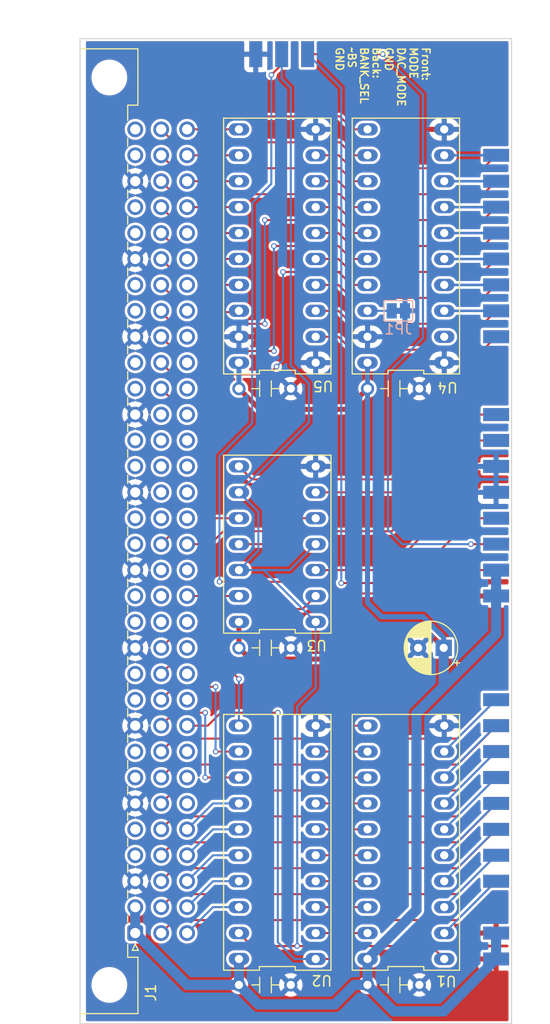
<source format=kicad_pcb>
(kicad_pcb (version 20221018) (generator pcbnew)
  (layers (0 "F.Cu" signal) (31 "B.Cu" signal) (34 "B.Paste" user) (35 "F.Paste" user) (36 "B.SilkS" user "B.Silkscreen") (37 "F.SilkS" user "F.Silkscreen") (38 "B.Mask" user) (39 "F.Mask" user) (44 "Edge.Cuts" user))
  (net 0 "")
  (net 1 "GND")
  (net 2 "+5V")
  (net 3 "/D5")
  (net 4 "/D6")
  (net 5 "/D7")
  (net 6 "/D8")
  (net 7 "/D9")
  (net 8 "/D10")
  (net 9 "/D11")
  (net 10 "/D12")
  (net 11 "/D13")
  (net 12 "/D14")
  (net 13 "/D15")
  (net 14 "/~RD_L")
  (net 15 "/A23")
  (net 16 "/A22")
  (net 17 "/A21")
  (net 18 "/~WR_L")
  (net 19 "/A20")
  (net 20 "/A19")
  (net 21 "/A18")
  (net 22 "/A17")
  (net 23 "/A16")
  (net 24 "/A15")
  (net 25 "/A14")
  (net 26 "/A13")
  (net 27 "/A12")
  (net 28 "/A11")
  (net 29 "/A10")
  (net 30 "/A9")
  (net 31 "/A8")
  (net 32 "/A7")
  (net 33 "/A6")
  (net 34 "/A5")
  (net 35 "/D4")
  (net 36 "/D3")
  (net 37 "/D2")
  (net 38 "/D1")
  (net 39 "/D0")
  (net 40 "/R{slash}~W")
  (net 41 "/~DTACK")
  (net 42 "/~BG")
  (net 43 "/~BGACK")
  (net 44 "/~BR")
  (net 45 "/~WR_U")
  (net 46 "/CLK")
  (net 47 "/~RD_U")
  (net 48 "/~HALT")
  (net 49 "/~RST")
  (net 50 "/~VMA")
  (net 51 "/E")
  (net 52 "/~VPA")
  (net 53 "/~BERR")
  (net 54 "/A1")
  (net 55 "/A2")
  (net 56 "/A3")
  (net 57 "/A4")
  (net 58 "/~BS")
  (net 59 "/WD5")
  (net 60 "/WD6")
  (net 61 "/WD7")
  (net 62 "/WD8")
  (net 63 "/WD9")
  (net 64 "/WD10")
  (net 65 "/WD11")
  (net 66 "/WD12")
  (net 67 "/WD4")
  (net 68 "/WD3")
  (net 69 "/WD2")
  (net 70 "/WD1")
  (net 71 "/WD0")
  (net 72 "/WD13")
  (net 73 "/WD14")
  (net 74 "/WD15")
  (net 76 "/WA15")
  (net 77 "/WA14")
  (net 78 "/WA13")
  (net 79 "/WA1")
  (net 80 "/WA2")
  (net 81 "/WA3")
  (net 82 "/WA4")
  (net 83 "/WA12")
  (net 84 "/WA11")
  (net 85 "/WA10")
  (net 86 "/WA9")
  (net 87 "/WA8")
  (net 88 "/WA7")
  (net 89 "/WA6")
  (net 90 "/WA5")
  (net 91 "/MODE")
  (net 92 "/BankSel")
  (net 94 "/~BWR_L")
  (net 95 "/~BRD_U")
  (net 96 "/~BWR_U")
  (net 97 "/~BRD_L")
  (net 99 "/DAC_MODE")
  (net 100 "Net-(JP1-A)")
  (footprint "68000:2x01 finger" (layer "F.Cu") (at 34.036 16.129 90)
    (fp_text reference "J7" hide)
    (fp_text value "Conn_02x01")
  )
  (footprint "Capacitor_THT:CP_Radial_D5.0mm_P2.50mm" (layer "F.Cu") (at 50.546 74.93 180)
    (fp_text reference "C7" hide)
    (fp_text value "C_Polarized_Small")
  )
  (footprint "68000:DIP-20" (layer "F.Cu") (at 46.84 93.98 90)
    (fp_text reference "U1")
    (fp_text value "74HC245")
  )
  (footprint "68000:DIP-2_200_ELL" (layer "F.Cu") (at 33.02 107.95 -90)
    (fp_text reference "C3" hide)
    (fp_text value "100nF")
  )
  (footprint "68000:2x01 finger" (layer "F.Cu") (at 31.496 16.129 90)
    (fp_text reference "J6" hide)
    (fp_text value "Conn_02x01")
  )
  (footprint "68000:DIP-2_200_ELL" (layer "F.Cu") (at 33.02 74.93 -90)
    (fp_text reference "C5" hide)
    (fp_text value "100nF")
  )
  (footprint "68000:DIP-2_200_ELL" (layer "F.Cu") (at 45.62 49.53 -90)
    (fp_text reference "C2" hide)
    (fp_text value "100nF")
  )
  (footprint "68000:2x01 finger" (layer "F.Cu") (at 56.315 102.235)
    (fp_text reference "J9" hide)
    (fp_text value "Conn_02x01")
  )
  (footprint "68000:2x08 finger" (layer "F.Cu") (at 54.41 45.085 180)
    (fp_text reference "J2" hide)
    (fp_text value "2x08")
  )
  (footprint "68000:2x01 finger" (layer "F.Cu") (at 56.315 99.695)
    (fp_text reference "J8" hide)
    (fp_text value "Conn_02x01")
  )
  (footprint "Connector_DIN:DIN41612_R_3x32_Male_Horizontal_THT" (layer "F.Cu") (at 20.32 102.87 90)
    (fp_text reference "J1")
    (fp_text value "3x32")
  )
  (footprint "68000:DIP-20" (layer "F.Cu") (at 34.24 93.98 90)
    (fp_text reference "U2")
    (fp_text value "74HC245")
  )
  (footprint "68000:DIP-14" (layer "F.Cu") (at 34.24 64.77 90)
    (fp_text reference "U3")
    (fp_text value "74LS32")
  )
  (footprint "68000:DIP-20" (layer "F.Cu") (at 34.24 35.56 90)
    (fp_text reference "U5")
    (fp_text value "74HC245")
  )
  (footprint "68000:2x08 finger" (layer "F.Cu") (at 54.41 98.425 180)
    (fp_text reference "J4" hide)
    (fp_text value "2x08")
  )
  (footprint "68000:DIP-2_200_ELL" (layer "F.Cu") (at 45.62 107.95 -90)
    (fp_text reference "C4" hide)
    (fp_text value "100nF")
  )
  (footprint "68000:2x01 finger" (layer "F.Cu") (at 28.956 16.129 90)
    (fp_text reference "J5" hide)
    (fp_text value "Conn_02x01")
  )
  (footprint "68000:DIP-20" (layer "F.Cu") (at 46.84 35.56 90)
    (fp_text reference "U4")
    (fp_text value "74HC245")
  )
  (footprint "68000:2x08 finger" (layer "F.Cu") (at 56.95 51.435)
    (fp_text reference "J3" hide)
    (fp_text value "02x08")
  )
  (footprint "68000:DIP-2_200_ELL" (layer "F.Cu") (at 33.02 49.53 -90)
    (fp_text reference "C1" hide)
    (fp_text value "100nF")
  )
  (footprint "Jumper:SolderJumper-2_P1.3mm_Bridged_Pad1.0x1.5mm" (layer "B.Cu") (at 46.101 41.91)
    (fp_text reference "JP1")
    (fp_text value "SJ_Bridged")
  )
  (gr_rect (start 14.9098 15.24) (end 57.2008 111.76) (stroke (width 0.1)) (fill none) (layer "Edge.Cuts"))
  (gr_text "Front:\nMODE\nDAC_MODE\nGND\nBack:\nBANK_SEL\n~BS\nGND" (at 39.9034 16.002 270) (layer "F.SilkS") (effects (font (size 0.75 0.75)) (justify left bottom)))
  (segment (start 41.048 51.562) (end 43.08 49.53) (width 0.5) (layer "F.Cu") (net 2))
  (segment (start 30.48 74.93) (end 30.48 72.39) (width 0.5) (layer "F.Cu") (net 2))
  (segment (start 31.58 76.03) (end 30.48 74.93) (width 0.5) (layer "F.Cu") (net 2))
  (segment (start 32.512 51.562) (end 41.048 51.562) (width 0.5) (layer "F.Cu") (net 2))
  (segment (start 46.482 73.152) (end 43.604 76.03) (width 0.5) (layer "F.Cu") (net 2))
  (segment (start 30.48 49.53) (end 32.512 51.562) (width 0.5) (layer "F.Cu") (net 2))
  (segment (start 43.604 76.03) (end 31.58 76.03) (width 0.5) (layer "F.Cu") (net 2))
  (segment (start 50.546 74.93) (end 48.768 73.152) (width 0.5) (layer "F.Cu") (net 2))
  (segment (start 48.768 73.152) (end 46.482 73.152) (width 0.5) (layer "F.Cu") (net 2))
  (segment (start 50.546 78.6892) (end 47.879 81.3562) (width 1) (layer "B.Cu") (net 2))
  (segment (start 41.783 107.95) (end 39.878 109.855) (width 1) (layer "B.Cu") (net 2))
  (segment (start 32.385 109.855) (end 30.48 107.95) (width 1) (layer "B.Cu") (net 2))
  (segment (start 43.08 70.512) (end 44.45 71.882) (width 0.5) (layer "B.Cu") (net 2))
  (segment (start 43.08 49.53) (end 43.08 70.512) (width 0.5) (layer "B.Cu") (net 2))
  (segment (start 30.48 46.99) (end 30.48 49.53) (width 0.5) (layer "B.Cu") (net 2))
  (segment (start 55.68 73.5552) (end 55.68 69.85) (width 1) (layer "B.Cu") (net 2))
  (segment (start 47.879 100.611) (end 43.08 105.41) (width 1) (layer "B.Cu") (net 2))
  (segment (start 43.08 107.95) (end 41.783 107.95) (width 1) (layer "B.Cu") (net 2))
  (segment (start 20.32 100.33) (end 20.32 102.87) (width 1) (layer "B.Cu") (net 2))
  (segment (start 39.878 109.855) (end 32.385 109.855) (width 1) (layer "B.Cu") (net 2))
  (segment (start 43.08 107.95) (end 45.6708 110.5408) (width 1) (layer "B.Cu") (net 2))
  (segment (start 45.6708 110.5408) (end 50.5492 110.5408) (width 1) (layer "B.Cu") (net 2))
  (segment (start 43.08 105.41) (end 43.08 107.95) (width 1) (layer "B.Cu") (net 2))
  (segment (start 30.48 107.95) (end 25.4 107.95) (width 1) (layer "B.Cu") (net 2))
  (segment (start 50.5492 110.5408) (end 55.68 105.41) (width 1) (layer "B.Cu") (net 2))
  (segment (start 30.48 105.41) (end 30.48 107.95) (width 1) (layer "B.Cu") (net 2))
  (segment (start 50.546 73.914) (end 50.546 74.93) (width 0.5) (layer "B.Cu") (net 2))
  (segment (start 55.68 69.85) (end 55.68 67.31) (width 1) (layer "B.Cu") (net 2))
  (segment (start 48.514 71.882) (end 50.546 73.914) (width 0.5) (layer "B.Cu") (net 2))
  (segment (start 44.45 71.882) (end 48.514 71.882) (width 0.5) (layer "B.Cu") (net 2))
  (segment (start 25.4 107.95) (end 20.32 102.87) (width 1) (layer "B.Cu") (net 2))
  (segment (start 55.68 105.41) (end 55.68 102.87) (width 1) (layer "B.Cu") (net 2))
  (segment (start 50.546 78.6892) (end 50.546 74.93) (width 1) (layer "B.Cu") (net 2))
  (segment (start 50.546 78.6892) (end 55.68 73.5552) (width 1) (layer "B.Cu") (net 2))
  (segment (start 47.879 81.3562) (end 47.879 100.611) (width 1) (layer "B.Cu") (net 2))
  (segment (start 43.08 49.53) (end 43.08 46.99) (width 0.5) (layer "B.Cu") (net 2))
  (segment (start 39.37 101.6) (end 40.64 100.33) (width 0.2) (layer "F.Cu") (net 3))
  (segment (start 40.64 100.33) (end 43.08 100.33) (width 0.2) (layer "F.Cu") (net 3))
  (segment (start 24.13 101.6) (end 39.37 101.6) (width 0.2) (layer "F.Cu") (net 3))
  (segment (start 22.86 102.87) (end 24.13 101.6) (width 0.2) (layer "F.Cu") (net 3))
  (segment (start 39.37 99.06) (end 40.64 97.79) (width 0.2) (layer "F.Cu") (net 4))
  (segment (start 22.86 100.33) (end 24.13 99.06) (width 0.2) (layer "F.Cu") (net 4))
  (segment (start 24.13 99.06) (end 39.37 99.06) (width 0.2) (layer "F.Cu") (net 4))
  (segment (start 40.64 97.79) (end 43.08 97.79) (width 0.2) (layer "F.Cu") (net 4))
  (segment (start 22.86 97.79) (end 24.13 96.52) (width 0.2) (layer "F.Cu") (net 5))
  (segment (start 24.13 96.52) (end 39.37 96.52) (width 0.2) (layer "F.Cu") (net 5))
  (segment (start 40.64 95.25) (end 43.08 95.25) (width 0.2) (layer "F.Cu") (net 5))
  (segment (start 39.37 96.52) (end 40.64 95.25) (width 0.2) (layer "F.Cu") (net 5))
  (segment (start 40.64 92.71) (end 43.08 92.71) (width 0.2) (layer "F.Cu") (net 6))
  (segment (start 39.37 93.98) (end 40.64 92.71) (width 0.2) (layer "F.Cu") (net 6))
  (segment (start 24.13 93.98) (end 39.37 93.98) (width 0.2) (layer "F.Cu") (net 6))
  (segment (start 22.86 95.25) (end 24.13 93.98) (width 0.2) (layer "F.Cu") (net 6))
  (segment (start 40.64 90.17) (end 43.08 90.17) (width 0.2) (layer "F.Cu") (net 7))
  (segment (start 39.37 91.44) (end 40.64 90.17) (width 0.2) (layer "F.Cu") (net 7))
  (segment (start 24.13 91.44) (end 39.37 91.44) (width 0.2) (layer "F.Cu") (net 7))
  (segment (start 22.86 92.71) (end 24.13 91.44) (width 0.2) (layer "F.Cu") (net 7))
  (segment (start 40.64 87.63) (end 43.08 87.63) (width 0.2) (layer "F.Cu") (net 8))
  (segment (start 22.86 90.17) (end 24.13 88.9) (width 0.2) (layer "F.Cu") (net 8))
  (segment (start 24.13 88.9) (end 39.37 88.9) (width 0.2) (layer "F.Cu") (net 8))
  (segment (start 39.37 88.9) (end 40.64 87.63) (width 0.2) (layer "F.Cu") (net 8))
  (segment (start 24.13 86.36) (end 39.37 86.36) (width 0.2) (layer "F.Cu") (net 9))
  (segment (start 22.86 87.63) (end 24.13 86.36) (width 0.2) (layer "F.Cu") (net 9))
  (segment (start 40.64 85.09) (end 43.08 85.09) (width 0.2) (layer "F.Cu") (net 9))
  (segment (start 39.37 86.36) (end 40.64 85.09) (width 0.2) (layer "F.Cu") (net 9))
  (segment (start 40.64 82.55) (end 43.08 82.55) (width 0.2) (layer "F.Cu") (net 10))
  (segment (start 22.86 85.09) (end 24.13 83.82) (width 0.2) (layer "F.Cu") (net 10))
  (segment (start 39.37 83.82) (end 40.64 82.55) (width 0.2) (layer "F.Cu") (net 10))
  (segment (start 24.13 83.82) (end 39.37 83.82) (width 0.2) (layer "F.Cu") (net 10))
  (segment (start 27.178 87.63) (end 30.48 87.63) (width 0.2) (layer "F.Cu") (net 11))
  (segment (start 22.86 82.55) (end 24.13 81.28) (width 0.2) (layer "F.Cu") (net 11))
  (segment (start 24.13 81.28) (end 27.178 81.28) (width 0.2) (layer "F.Cu") (net 11))
  (via (at 27.178 87.63) (size 0.55) (drill 0.35) (layers "F.Cu" "B.Cu") (net 11))
  (via (at 27.178 81.28) (size 0.55) (drill 0.35) (layers "F.Cu" "B.Cu") (net 11))
  (segment (start 27.178 81.28) (end 27.178 87.63) (width 0.2) (layer "B.Cu") (net 11))
  (segment (start 24.13 78.74) (end 28.194 78.74) (width 0.2) (layer "F.Cu") (net 12))
  (segment (start 22.86 80.01) (end 24.13 78.74) (width 0.2) (layer "F.Cu") (net 12))
  (segment (start 28.194 85.09) (end 30.48 85.09) (width 0.2) (layer "F.Cu") (net 12))
  (via (at 28.194 78.74) (size 0.55) (drill 0.35) (layers "F.Cu" "B.Cu") (net 12))
  (via (at 28.194 85.09) (size 0.55) (drill 0.35) (layers "F.Cu" "B.Cu") (net 12))
  (segment (start 28.194 78.74) (end 28.194 85.09) (width 0.2) (layer "B.Cu") (net 12))
  (segment (start 28.702 76.2) (end 24.13 76.2) (width 0.2) (layer "F.Cu") (net 13))
  (segment (start 24.13 76.2) (end 22.86 77.47) (width 0.2) (layer "F.Cu") (net 13))
  (segment (start 30.48 77.978) (end 28.702 76.2) (width 0.2) (layer "F.Cu") (net 13))
  (via (at 30.48 77.978) (size 0.55) (drill 0.35) (layers "F.Cu" "B.Cu") (net 13))
  (segment (start 30.48 77.978) (end 30.48 82.55) (width 0.2) (layer "B.Cu") (net 13))
  (segment (start 29.083 71.12) (end 36.73 71.12) (width 0.2) (layer "F.Cu") (net 14))
  (segment (start 24.13 73.66) (end 26.543 73.66) (width 0.2) (layer "F.Cu") (net 14))
  (segment (start 36.73 71.12) (end 38 69.85) (width 0.2) (layer "F.Cu") (net 14))
  (segment (start 26.543 73.66) (end 29.083 71.12) (width 0.2) (layer "F.Cu") (net 14))
  (segment (start 22.86 74.93) (end 24.13 73.66) (width 0.2) (layer "F.Cu") (net 14))
  (segment (start 24.13 63.5) (end 26.67 63.5) (width 0.2) (layer "F.Cu") (net 18))
  (segment (start 22.86 64.77) (end 24.13 63.5) (width 0.2) (layer "F.Cu") (net 18))
  (segment (start 27.94 62.23) (end 26.67 63.5) (width 0.2) (layer "F.Cu") (net 18))
  (segment (start 30.48 62.23) (end 27.94 62.23) (width 0.2) (layer "F.Cu") (net 18))
  (segment (start 22.86 49.53) (end 24.13 50.8) (width 0.2) (layer "F.Cu") (net 24))
  (segment (start 34.798 38.1) (end 40.3725 38.1) (width 0.2) (layer "F.Cu") (net 24))
  (segment (start 41.5155 39.37) (end 43.0665 39.37) (width 0.2) (layer "F.Cu") (net 24))
  (segment (start 26.924 50.8) (end 29.591 48.133) (width 0.2) (layer "F.Cu") (net 24))
  (segment (start 29.591 48.133) (end 33.401 48.133) (width 0.2) (layer "F.Cu") (net 24))
  (segment (start 34.163 47.371) (end 33.401 48.133) (width 0.2) (layer "F.Cu") (net 24))
  (segment (start 24.13 50.8) (end 26.924 50.8) (width 0.2) (layer "F.Cu") (net 24))
  (segment (start 40.2455 38.1) (end 41.5155 39.37) (width 0.2) (layer "F.Cu") (net 24))
  (via (at 34.163 47.371) (size 0.55) (drill 0.35) (layers "F.Cu" "B.Cu") (net 24))
  (via (at 34.798 38.1) (size 0.55) (drill 0.35) (layers "F.Cu" "B.Cu") (net 24))
  (segment (start 34.798 38.608) (end 34.798 38.227) (width 0.2) (layer "B.Cu") (net 24))
  (segment (start 34.798 38.227) (end 34.671 38.1) (width 0.2) (layer "B.Cu") (net 24))
  (segment (start 34.798 38.1) (end 34.798 38.608) (width 0.2) (layer "B.Cu") (net 24))
  (segment (start 34.798 46.736) (end 34.798 38.608) (width 0.2) (layer "B.Cu") (net 24))
  (segment (start 34.798 46.736) (end 34.163 47.371) (width 0.2) (layer "B.Cu") (net 24))
  (segment (start 24.13 48.26) (end 26.162 48.26) (width 0.2) (layer "F.Cu") (net 25))
  (segment (start 22.86 46.99) (end 24.13 48.26) (width 0.2) (layer "F.Cu") (net 25))
  (segment (start 28.575 45.847) (end 33.909 45.847) (width 0.2) (layer "F.Cu") (net 25))
  (segment (start 26.162 48.26) (end 28.575 45.847) (width 0.2) (layer "F.Cu") (net 25))
  (segment (start 41.5155 36.83) (end 43.0665 36.83) (width 0.2) (layer "F.Cu") (net 25))
  (segment (start 33.909 35.56) (end 40.2455 35.56) (width 0.2) (layer "F.Cu") (net 25))
  (segment (start 40.2455 35.56) (end 41.5155 36.83) (width 0.2) (layer "F.Cu") (net 25))
  (via (at 33.909 45.847) (size 0.55) (drill 0.35) (layers "F.Cu" "B.Cu") (net 25))
  (via (at 33.909 35.56) (size 0.55) (drill 0.35) (layers "F.Cu" "B.Cu") (net 25))
  (segment (start 33.909 45.847) (end 33.909 35.56) (width 0.2) (layer "B.Cu") (net 25))
  (segment (start 40.259 33.02) (end 41.529 34.29) (width 0.2) (layer "F.Cu") (net 26))
  (segment (start 24.13 45.72) (end 26.67 45.72) (width 0.2) (layer "F.Cu") (net 26))
  (segment (start 41.529 34.29) (end 43.08 34.29) (width 0.2) (layer "F.Cu") (net 26))
  (segment (start 33.02 33.02) (end 40.259 33.02) (width 0.2) (layer "F.Cu") (net 26))
  (segment (start 22.86 44.45) (end 24.13 45.72) (width 0.2) (layer "F.Cu") (net 26))
  (segment (start 26.67 45.72) (end 29.21 43.18) (width 0.2) (layer "F.Cu") (net 26))
  (segment (start 29.21 43.18) (end 33.02 43.18) (width 0.2) (layer "F.Cu") (net 26))
  (via (at 33.02 43.18) (size 0.55) (drill 0.35) (layers "F.Cu" "B.Cu") (net 26))
  (via (at 33.02 33.02) (size 0.55) (drill 0.35) (layers "F.Cu" "B.Cu") (net 26))
  (segment (start 33.02 43.18) (end 33.02 33.02) (width 0.2) (layer "B.Cu") (net 26))
  (segment (start 28.448 42.037) (end 30.48 42.037) (width 0.2) (layer "F.Cu") (net 27))
  (segment (start 22.86 42.037) (end 24.13 43.307) (width 0.2) (layer "F.Cu") (net 27))
  (segment (start 24.13 43.307) (end 27.178 43.307) (width 0.2) (layer "F.Cu") (net 27))
  (segment (start 27.178 43.307) (end 28.448 42.037) (width 0.2) (layer "F.Cu") (net 27))
  (segment (start 27.178 40.64) (end 28.448 39.37) (width 0.2) (layer "F.Cu") (net 28))
  (segment (start 24.13 40.64) (end 27.178 40.64) (width 0.2) (layer "F.Cu") (net 28))
  (segment (start 28.448 39.37) (end 30.48 39.37) (width 0.2) (layer "F.Cu") (net 28))
  (segment (start 22.86 39.37) (end 24.13 40.64) (width 0.2) (layer "F.Cu") (net 28))
  (segment (start 22.86 36.83) (end 24.13 38.1) (width 0.2) (layer "F.Cu") (net 29))
  (segment (start 28.448 36.83) (end 30.48 36.83) (width 0.2) (layer "F.Cu") (net 29))
  (segment (start 27.178 38.1) (end 28.448 36.83) (width 0.2) (layer "F.Cu") (net 29))
  (segment (start 24.13 38.1) (end 27.178 38.1) (width 0.2) (layer "F.Cu") (net 29))
  (segment (start 28.448 34.29) (end 30.48 34.29) (width 0.2) (layer "F.Cu") (net 30))
  (segment (start 22.86 34.29) (end 24.13 35.56) (width 0.2) (layer "F.Cu") (net 30))
  (segment (start 27.178 35.56) (end 28.448 34.29) (width 0.2) (layer "F.Cu") (net 30))
  (segment (start 24.13 35.56) (end 27.178 35.56) (width 0.2) (layer "F.Cu") (net 30))
  (segment (start 28.448 31.75) (end 30.48 31.75) (width 0.2) (layer "F.Cu") (net 31))
  (segment (start 22.86 31.75) (end 24.13 33.02) (width 0.2) (layer "F.Cu") (net 31))
  (segment (start 27.178 33.02) (end 28.448 31.75) (width 0.2) (layer "F.Cu") (net 31))
  (segment (start 24.13 33.02) (end 27.178 33.02) (width 0.2) (layer "F.Cu") (net 31))
  (segment (start 22.86 29.21) (end 24.13 30.48) (width 0.2) (layer "F.Cu") (net 32))
  (segment (start 27.178 30.48) (end 28.448 29.21) (width 0.2) (layer "F.Cu") (net 32))
  (segment (start 28.448 29.21) (end 30.48 29.21) (width 0.2) (layer "F.Cu") (net 32))
  (segment (start 24.13 30.48) (end 27.178 30.48) (width 0.2) (layer "F.Cu") (net 32))
  (segment (start 27.178 27.94) (end 28.448 26.67) (width 0.2) (layer "F.Cu") (net 33))
  (segment (start 28.448 26.67) (end 30.48 26.67) (width 0.2) (layer "F.Cu") (net 33))
  (segment (start 22.86 26.67) (end 24.13 27.94) (width 0.2) (layer "F.Cu") (net 33))
  (segment (start 24.13 27.94) (end 27.178 27.94) (width 0.2) (layer "F.Cu") (net 33))
  (segment (start 28.448 24.13) (end 30.48 24.13) (width 0.2) (layer "F.Cu") (net 34))
  (segment (start 22.86 24.13) (end 24.13 25.4) (width 0.2) (layer "F.Cu") (net 34))
  (segment (start 24.13 25.4) (end 27.178 25.4) (width 0.2) (layer "F.Cu") (net 34))
  (segment (start 27.178 25.4) (end 28.448 24.13) (width 0.2) (layer "F.Cu") (net 34))
  (segment (start 30.48 100.33) (end 27.94 100.33) (width 0.2) (layer "B.Cu") (net 35))
  (segment (start 27.94 100.33) (end 25.4 102.87) (width 0.2) (layer "B.Cu") (net 35))
  (segment (start 27.94 97.79) (end 25.4 100.33) (width 0.2) (layer "B.Cu") (net 36))
  (segment (start 30.48 97.79) (end 27.94 97.79) (width 0.2) (layer "B.Cu") (net 36))
  (segment (start 27.94 95.25) (end 25.4 97.79) (width 0.2) (layer "B.Cu") (net 37))
  (segment (start 30.48 95.25) (end 27.94 95.25) (width 0.2) (layer "B.Cu") (net 37))
  (segment (start 30.48 92.71) (end 27.94 92.71) (width 0.2) (layer "B.Cu") (net 38))
  (segment (start 27.94 92.71) (end 25.4 95.25) (width 0.2) (layer "B.Cu") (net 38))
  (segment (start 27.94 90.17) (end 25.4 92.71) (width 0.2) (layer "B.Cu") (net 39))
  (segment (start 30.48 90.17) (end 27.94 90.17) (width 0.2) (layer "B.Cu") (net 39))
  (segment (start 39.751 105.41) (end 41.021 104.14) (width 0.2) (layer "F.Cu") (net 40))
  (segment (start 28.702 81.28) (end 27.432 82.55) (width 0.2) (layer "F.Cu") (net 40))
  (segment (start 38 105.41) (end 39.751 105.41) (width 0.2) (layer "F.Cu") (net 40))
  (segment (start 41.021 104.14) (end 49.33 104.14) (width 0.2) (layer "F.Cu") (net 40))
  (segment (start 27.432 82.55) (end 25.4 82.55) (width 0.2) (layer "F.Cu") (net 40))
  (segment (start 34.29 81.28) (end 28.702 81.28) (width 0.2) (layer "F.Cu") (net 40))
  (segment (start 49.33 104.14) (end 50.6 105.41) (width 0.2) (layer "F.Cu") (net 40))
  (via (at 34.29 81.28) (size 0.55) (drill 0.35) (layers "F.Cu" "B.Cu") (net 40))
  (segment (start 35.941 105.41) (end 38 105.41) (width 0.2) (layer "B.Cu") (net 40))
  (segment (start 34.29 81.28) (end 34.29 103.759) (width 0.2) (layer "B.Cu") (net 40))
  (segment (start 34.29 103.759) (end 35.941 105.41) (width 0.2) (layer "B.Cu") (net 40))
  (segment (start 25.4 69.85) (end 30.48 69.85) (width 0.2) (layer "F.Cu") (net 45))
  (segment (start 27.686 64.77) (end 28.956 63.5) (width 0.2) (layer "F.Cu") (net 47))
  (segment (start 38 62.23) (end 34.798 62.23) (width 0.2) (layer "F.Cu") (net 47))
  (segment (start 25.4 64.77) (end 27.686 64.77) (width 0.2) (layer "F.Cu") (net 47))
  (segment (start 28.956 63.5) (end 33.528 63.5) (width 0.2) (layer "F.Cu") (net 47))
  (segment (start 34.798 62.23) (end 33.528 63.5) (width 0.2) (layer "F.Cu") (net 47))
  (segment (start 27.151 31.75) (end 25.373 31.75) (width 0.2) (layer "F.Cu") (net 54))
  (segment (start 28.421 30.48) (end 27.151 31.75) (width 0.2) (layer "F.Cu") (net 54))
  (segment (start 43.053 31.75) (end 41.629 31.75) (width 0.2) (layer "F.Cu") (net 54))
  (segment (start 40.359 30.48) (end 28.421 30.48) (width 0.2) (layer "F.Cu") (net 54))
  (segment (start 41.629 31.75) (end 40.359 30.48) (width 0.2) (layer "F.Cu") (net 54))
  (segment (start 27.178 29.21) (end 25.4 29.21) (width 0.2) (layer "F.Cu") (net 55))
  (segment (start 43.08 29.21) (end 41.656 29.21) (width 0.2) (layer "F.Cu") (net 55))
  (segment (start 41.656 29.21) (end 40.386 27.94) (width 0.2) (layer "F.Cu") (net 55))
  (segment (start 28.448 27.94) (end 27.178 29.21) (width 0.2) (layer "F.Cu") (net 55))
  (segment (start 40.386 27.94) (end 28.448 27.94) (width 0.2) (layer "F.Cu") (net 55))
  (segment (start 43.053 26.67) (end 41.629 26.67) (width 0.2) (layer "F.Cu") (net 56))
  (segment (start 28.421 25.4) (end 27.151 26.67) (width 0.2) (layer "F.Cu") (net 56))
  (segment (start 40.359 25.4) (end 28.421 25.4) (width 0.2) (layer "F.Cu") (net 56))
  (segment (start 41.629 26.67) (end 40.359 25.4) (width 0.2) (layer "F.Cu") (net 56))
  (segment (start 27.151 26.67) (end 25.373 26.67) (width 0.2) (layer "F.Cu") (net 56))
  (segment (start 40.359 22.86) (end 28.421 22.86) (width 0.2) (layer "F.Cu") (net 57))
  (segment (start 27.151 24.13) (end 25.373 24.13) (width 0.2) (layer "F.Cu") (net 57))
  (segment (start 43.053 24.13) (end 41.629 24.13) (width 0.2) (layer "F.Cu") (net 57))
  (segment (start 41.629 24.13) (end 40.359 22.86) (width 0.2) (layer "F.Cu") (net 57))
  (segment (start 28.421 22.86) (end 27.151 24.13) (width 0.2) (layer "F.Cu") (net 57))
  (segment (start 36.195 104.14) (end 31.75 104.14) (width 0.2) (layer "F.Cu") (net 58))
  (segment (start 31.75 104.14) (end 30.48 102.87) (width 0.2) (layer "F.Cu") (net 58))
  (segment (start 40.64 102.87) (end 39.37 104.14) (width 0.2) (layer "F.Cu") (net 58))
  (segment (start 43.08 102.87) (end 40.64 102.87) (width 0.2) (layer "F.Cu") (net 58))
  (segment (start 39.37 104.14) (end 36.195 104.14) (width 0.2) (layer "F.Cu") (net 58))
  (via (at 36.195 104.14) (size 0.55) (drill 0.35) (layers "F.Cu" "B.Cu") (net 58))
  (segment (start 35.56 20.066) (end 34.671 19.177) (width 0.2) (layer "B.Cu") (net 58))
  (segment (start 38 72.39) (end 38 78.84) (width 0.2) (layer "B.Cu") (net 58))
  (segment (start 30.48 67.31) (end 32.92 67.31) (width 0.2) (layer "B.Cu") (net 58))
  (segment (start 37.338 49.022) (end 35.56 47.244) (width 0.2) (layer "B.Cu") (net 58))
  (segment (start 35.46 67.31) (end 38 64.77) (width 0.2) (layer "B.Cu") (net 58))
  (segment (start 35.56 47.244) (end 35.56 20.066) (width 0.2) (layer "B.Cu") (net 58))
  (segment (start 32.385 65.405) (end 30.48 67.31) (width 0.2) (layer "B.Cu") (net 58))
  (segment (start 30.48 59.69) (end 37.338 52.832) (width 0.2) (layer "B.Cu") (net 58))
  (segment (start 30.48 59.69) (end 32.385 61.595) (width 0.2) (layer "B.Cu") (net 58))
  (segment (start 32.92 67.31) (end 38 72.39) (width 0.2) (layer "B.Cu") (net 58))
  (segment (start 36.195 80.645) (end 36.195 104.14) (width 0.2) (layer "B.Cu") (net 58))
  (segment (start 30.48 67.31) (end 35.46 67.31) (width 0.2) (layer "B.Cu") (net 58))
  (segment (start 34.671 19.177) (end 34.671 16.764) (width 0.2) (layer "B.Cu") (net 58))
  (segment (start 38 78.84) (end 36.195 80.645) (width 0.2) (layer "B.Cu") (net 58))
  (segment (start 32.385 61.595) (end 32.385 65.405) (width 0.2) (layer "B.Cu") (net 58))
  (segment (start 37.338 52.832) (end 37.338 49.022) (width 0.2) (layer "B.Cu") (net 58))
  (segment (start 50.6 102.87) (end 55.68 97.79) (width 0.2) (layer "B.Cu") (net 59))
  (segment (start 50.6 100.33) (end 55.68 95.25) (width 0.2) (layer "B.Cu") (net 60))
  (segment (start 50.6 97.79) (end 55.68 92.71) (width 0.2) (layer "B.Cu") (net 61))
  (segment (start 50.6 95.25) (end 55.68 90.17) (width 0.2) (layer "B.Cu") (net 62))
  (segment (start 50.6 92.71) (end 55.68 87.63) (width 0.2) (layer "B.Cu") (net 63))
  (segment (start 50.6 90.17) (end 55.68 85.09) (width 0.2) (layer "B.Cu") (net 64))
  (segment (start 50.6 87.63) (end 55.68 82.55) (width 0.2) (layer "B.Cu") (net 65))
  (segment (start 50.6 85.09) (end 55.68 80.01) (width 0.2) (layer "B.Cu") (net 66))
  (segment (start 40.64 101.6) (end 51.87 101.6) (width 0.2) (layer "F.Cu") (net 67))
  (segment (start 51.87 101.6) (end 55.68 97.79) (width 0.2) (layer "F.Cu") (net 67))
  (segment (start 38 102.87) (end 39.37 102.87) (width 0.2) (layer "F.Cu") (net 67))
  (segment (start 39.37 102.87) (end 40.64 101.6) (width 0.2) (layer "F.Cu") (net 67))
  (segment (start 39.37 100.33) (end 40.64 99.06) (width 0.2) (layer "F.Cu") (net 68))
  (segment (start 38 100.33) (end 39.37 100.33) (width 0.2) (layer "F.Cu") (net 68))
  (segment (start 51.87 99.06) (end 55.68 95.25) (width 0.2) (layer "F.Cu") (net 68))
  (segment (start 40.64 99.06) (end 51.87 99.06) (width 0.2) (layer "F.Cu") (net 68))
  (segment (start 40.64 96.52) (end 51.905 96.52) (width 0.2) (layer "F.Cu") (net 69))
  (segment (start 39.37 97.79) (end 40.64 96.52) (width 0.2) (layer "F.Cu") (net 69))
  (segment (start 38 97.79) (end 39.37 97.79) (width 0.2) (layer "F.Cu") (net 69))
  (segment (start 51.905 96.52) (end 55.68 92.745) (width 0.2) (layer "F.Cu") (net 69))
  (segment (start 39.37 95.25) (end 40.64 93.98) (width 0.2) (layer "F.Cu") (net 70))
  (segment (start 51.905 93.98) (end 55.68 90.205) (width 0.2) (layer "F.Cu") (net 70))
  (segment (start 38 95.25) (end 39.37 95.25) (width 0.2) (layer "F.Cu") (net 70))
  (segment (start 40.64 93.98) (end 51.905 93.98) (width 0.2) (layer "F.Cu") (net 70))
  (segment (start 40.64 91.44) (end 51.87 91.44) (width 0.2) (layer "F.Cu") (net 71))
  (segment (start 51.87 91.44) (end 55.68 87.63) (width 0.2) (layer "F.Cu") (net 71))
  (segment (start 39.37 92.71) (end 40.64 91.44) (width 0.2) (layer "F.Cu") (net 71))
  (segment (start 38 92.71) (end 39.37 92.71) (width 0.2) (layer "F.Cu") (net 71))
  (segment (start 51.87 88.9) (end 55.68 85.09) (width 0.2) (layer "F.Cu") (net 72))
  (segment (start 38 90.17) (end 39.37 90.17) (width 0.2) (layer "F.Cu") (net 72))
  (segment (start 40.64 88.9) (end 51.87 88.9) (width 0.2) (layer "F.Cu") (net 72))
  (segment (start 39.37 90.17) (end 40.64 88.9) (width 0.2) (layer "F.Cu") (net 72))
  (segment (start 38 87.63) (end 39.37 87.63) (width 0.2) (layer "F.Cu") (net 73))
  (segment (start 51.905 86.36) (end 55.715 82.55) (width 0.2) (layer "F.Cu") (net 73))
  (segment (start 39.37 87.63) (end 40.64 86.36) (width 0.2) (layer "F.Cu") (net 73))
  (segment (start 40.64 86.36) (end 51.905 86.36) (width 0.2) (layer "F.Cu") (net 73))
  (segment (start 51.87 83.82) (end 55.68 80.01) (width 0.2) (layer "F.Cu") (net 74))
  (segment (start 39.37 85.09) (end 40.64 83.82) (width 0.2) (layer "F.Cu") (net 74))
  (segment (start 40.64 83.82) (end 51.87 83.82) (width 0.2) (layer "F.Cu") (net 74))
  (segment (start 38 85.09) (end 39.37 85.09) (width 0.2) (layer "F.Cu") (net 74))
  (segment (start 50.6 41.91) (end 55.68 41.91) (width 0.25) (layer "B.Cu") (net 76))
  (segment (start 55.68 39.37) (end 50.6 39.37) (width 0.25) (layer "B.Cu") (net 77))
  (segment (start 50.6 36.83) (end 55.68 36.83) (width 0.25) (layer "B.Cu") (net 78))
  (segment (start 50.6 34.29) (end 55.68 34.29) (width 0.25) (layer "B.Cu") (net 79))
  (segment (start 55.68 31.75) (end 50.6 31.75) (width 0.25) (layer "B.Cu") (net 80))
  (segment (start 50.6 29.21) (end 55.68 29.21) (width 0.25) (layer "B.Cu") (net 81))
  (segment (start 55.68 26.67) (end 50.6 26.67) (width 0.25) (layer "B.Cu") (net 82))
  (segment (start 40.232 44.45) (end 41.502 45.72) (width 0.2) (layer "F.Cu") (net 83))
  (segment (start 37.973 44.45) (end 40.232 44.45) (width 0.2) (layer "F.Cu") (net 83))
  (segment (start 54.41 45.72) (end 55.68 44.45) (width 0.2) (layer "F.Cu") (net 83))
  (segment (start 41.502 45.72) (end 54.41 45.72) (width 0.2) (layer "F.Cu") (net 83))
  (segment (start 40.232 41.91) (end 41.502 43.18) (width 0.2) (layer "F.Cu") (net 84))
  (segment (start 37.973 41.91) (end 40.232 41.91) (width 0.2) (layer "F.Cu") (net 84))
  (segment (start 41.502 43.18) (end 54.41 43.18) (width 0.2) (layer "F.Cu") (net 84))
  (segment (start 54.41 43.18) (end 55.68 41.91) (width 0.2) (layer "F.Cu") (net 84))
  (segment (start 40.232 39.37) (end 41.502 40.64) (width 0.2) (layer "F.Cu") (net 85))
  (segment (start 54.41 40.64) (end 55.68 39.37) (width 0.2) (layer "F.Cu") (net 85))
  (segment (start 37.973 39.37) (end 40.232 39.37) (width 0.2) (layer "F.Cu") (net 85))
  (segment (start 41.502 40.64) (end 54.41 40.64) (width 0.2) (layer "F.Cu") (net 85))
  (segment (start 37.973 36.83) (end 40.232 36.83) (width 0.2) (layer "F.Cu") (net 86))
  (segment (start 41.502 38.1) (end 54.41 38.1) (width 0.2) (layer "F.Cu") (net 86))
  (segment (start 40.232 36.83) (end 41.502 38.1) (width 0.2) (layer "F.Cu") (net 86))
  (segment (start 54.41 38.1) (end 55.68 36.83) (width 0.2) (layer "F.Cu") (net 86))
  (segment (start 37.973 34.29) (end 40.232 34.29) (width 0.2) (layer "F.Cu") (net 87))
  (segment (start 54.41 35.56) (end 55.68 34.29) (width 0.2) (layer "F.Cu") (net 87))
  (segment (start 40.232 34.29) (end 41.502 35.56) (width 0.2) (layer "F.Cu") (net 87))
  (segment (start 41.502 35.56) (end 54.41 35.56) (width 0.2) (layer "F.Cu") (net 87))
  (segment (start 41.502 33.02) (end 54.41 33.02) (width 0.2) (layer "F.Cu") (net 88))
  (segment (start 37.973 31.75) (end 40.232 31.75) (width 0.2) (layer "F.Cu") (net 88))
  (segment (start 40.232 31.75) (end 41.502 33.02) (width 0.2) (layer "F.Cu") (net 88))
  (segment (start 54.41 33.02) (end 55.68 31.75) (width 0.2) (layer "F.Cu") (net 88))
  (segment (start 40.232 29.21) (end 41.502 30.48) (width 0.2) (layer "F.Cu") (net 89))
  (segment (start 37.973 29.21) (end 40.232 29.21) (width 0.2) (layer "F.Cu") (net 89))
  (segment (start 41.502 30.48) (end 54.41 30.48) (width 0.2) (layer "F.Cu") (net 89))
  (segment (start 54.41 30.48) (end 55.68 29.21) (width 0.2) (layer "F.Cu") (net 89))
  (segment (start 38 26.67) (end 40.259 26.67) (width 0.2) (layer "F.Cu") (net 90))
  (segment (start 41.529 27.94) (end 54.41 27.94) (width 0.2) (layer "F.Cu") (net 90))
  (segment (start 40.259 26.67) (end 41.529 27.94) (width 0.2) (layer "F.Cu") (net 90))
  (segment (start 54.41 27.94) (end 55.68 26.67) (width 0.2) (layer "F.Cu") (net 90))
  (segment (start 37.211 16.764) (end 44.577 16.764) (width 0.2) (layer "F.Cu") (net 91))
  (segment (start 55.68 64.77) (end 53.213 64.77) (width 0.2) (layer "F.Cu") (net 91))
  (via (at 53.213 64.77) (size 0.55) (drill 0.35) (layers "F.Cu" "B.Cu") (net 91))
  (via (at 44.577 16.764) (size 0.55) (drill 0.35) (layers "F.Cu" "B.Cu") (net 91))
  (segment (start 44.577 16.764) (end 48.514 20.701) (width 0.2) (layer "B.Cu") (net 91))
  (segment (start 45.085 48.006) (end 45.085 63.373) (width 0.2) (layer "B.Cu") (net 91))
  (segment (start 48.514 20.701) (end 48.514 44.577) (width 0.2) (layer "B.Cu") (net 91))
  (segment (start 48.514 44.577) (end 45.085 48.006) (width 0.2) (layer "B.Cu") (net 91))
  (segment (start 45.085 63.373) (end 46.482 64.77) (width 0.2) (layer "B.Cu") (net 91))
  (segment (start 46.482 64.77) (end 53.213 64.77) (width 0.2) (layer "B.Cu") (net 91))
  (segment (start 46.99 68.58) (end 53.34 62.23) (width 0.2) (layer "F.Cu") (net 92))
  (segment (start 53.34 62.23) (end 55.68 62.23) (width 0.2) (layer "F.Cu") (net 92))
  (segment (start 40.513 68.58) (end 46.99 68.58) (width 0.2) (layer "F.Cu") (net 92))
  (via (at 40.513 68.58) (size 0.55) (drill 0.35) (layers "F.Cu" "B.Cu") (net 92))
  (segment (start 40.513 20.066) (end 40.513 68.58) (width 0.2) (layer "B.Cu") (net 92))
  (segment (start 37.211 16.764) (end 40.513 20.066) (width 0.2) (layer "B.Cu") (net 92))
  (segment (start 31.75 58.42) (end 30.48 57.15) (width 0.2) (layer "F.Cu") (net 94))
  (segment (start 51.816 52.07) (end 45.466 58.42) (width 0.2) (layer "F.Cu") (net 94))
  (segment (start 45.466 58.42) (end 31.75 58.42) (width 0.2) (layer "F.Cu") (net 94))
  (segment (start 55.68 52.07) (end 51.816 52.07) (width 0.2) (layer "F.Cu") (net 94))
  (segment (start 52.0446 54.61) (end 55.68 54.61) (width 0.2) (layer "F.Cu") (net 95))
  (segment (start 46.9646 59.69) (end 38 59.69) (width 0.2) (layer "F.Cu") (net 95))
  (segment (start 46.9646 59.69) (end 52.0446 54.61) (width 0.2) (layer "F.Cu") (net 95))
  (segment (start 30.48 64.77) (end 34.798 64.77) (width 0.2) (layer "F.Cu") (net 96))
  (segment (start 36.068 63.5) (end 45.466 63.5) (width 0.2) (layer "F.Cu") (net 96))
  (segment (start 51.816 57.15) (end 55.68 57.15) (width 0.2) (layer "F.Cu") (net 96))
  (segment (start 45.466 63.5) (end 51.816 57.15) (width 0.2) (layer "F.Cu") (net 96))
  (segment (start 34.798 64.77) (end 36.068 63.5) (width 0.2) (layer "F.Cu") (net 96))
  (segment (start 38 67.31) (end 45.085 67.31) (width 0.2) (layer "F.Cu") (net 97))
  (segment (start 52.705 59.69) (end 55.68 59.69) (width 0.2) (layer "F.Cu") (net 97))
  (segment (start 45.085 67.31) (end 52.705 59.69) (width 0.2) (layer "F.Cu") (net 97))
  (segment (start 28.575 68.453) (end 38.989 68.453) (width 0.2) (layer "F.Cu") (net 99))
  (segment (start 40.132 69.596) (end 48.133 69.596) (width 0.2) (layer "F.Cu") (net 99))
  (segment (start 50.419 67.31) (end 55.68 67.31) (width 0.2) (layer "F.Cu") (net 99))
  (segment (start 34.671 17.78) (end 33.655 18.796) (width 0.2) (layer "F.Cu") (net 99))
  (segment (start 48.133 69.596) (end 50.419 67.31) (width 0.2) (layer "F.Cu") (net 99))
  (segment (start 38.989 68.453) (end 40.132 69.596) (width 0.2) (layer "F.Cu") (net 99))
  (via (at 28.575 68.453) (size 0.55) (drill 0.35) (layers "F.Cu" "B.Cu") (net 99))
  (via (at 33.655 18.796) (size 0.55) (drill 0.35) (layers "F.Cu" "B.Cu") (net 99))
  (segment (start 31.78 52.929) (end 31.78 31.339) (width 0.2) (layer "B.Cu") (net 99))
  (segment (start 28.575 56.134) (end 31.78 52.929) (width 0.2) (layer "B.Cu") (net 99))
  (segment (start 28.575 68.453) (end 28.575 56.134) (width 0.2) (layer "B.Cu") (net 99))
  (segment (start 33.655 29.464) (end 33.655 18.796) (width 0.2) (layer "B.Cu") (net 99))
  (segment (start 31.78 31.339) (end 33.655 29.464) (width 0.2) (layer "B.Cu") (net 99))
  (segment (start 45.451 41.91) (end 43.08 41.91) (width 0.2) (layer "B.Cu") (net 100))
  (zone (net 0) (net_name "") (layer "F.Cu") (connect_pads (clearance 0)) (min_thickness 0.25)
    (keepout (tracks allowed) (vias allowed) (pads allowed) (copperpour not_allowed) (footprints allowed))
    (fill (thermal_gap 0.5) (thermal_bridge_width 0.5))
    (polygon (pts (xy 34.544 81.534) (xy 36.957 81.534) (xy 36.957 84.455) (xy 35.433 84.328)))
  )
  (zone (net 0) (net_name "") (layer "F.Cu") (connect_pads (clearance 0)) (min_thickness 0.25)
    (keepout (tracks allowed) (vias allowed) (pads allowed) (copperpour not_allowed) (footprints allowed))
    (fill (thermal_gap 0.5) (thermal_bridge_width 0.5))
    (polygon (pts (xy 49.149 101.854) (xy 51.562 101.854) (xy 51.562 104.775) (xy 50.038 104.648)))
  )
  (zone (net 1) (net_name "GND") (layers "F&B.Cu") (connect_pads (clearance 0.254)) (min_thickness 0.25) (fill yes (thermal_gap 0.5) (thermal_bridge_width 0.5))
    (polygon (pts (xy 15.494 15.494) (xy 56.896 15.494) (xy 56.896 111.506) (xy 15.494 111.506)))
  )
)
</source>
